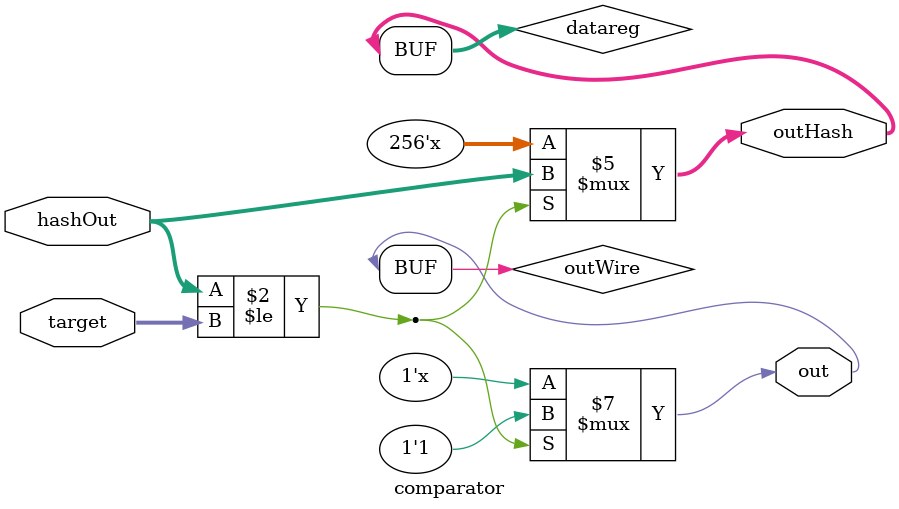
<source format=v>
/*
 *-------------------------------------------------------------
 *
 * comparator
 *
 * This is a very simple comparator that takes in a
 * 256 bit target hash and hashOut value and outputs
 * 1 if target>hashOut and the valid hash, otherwise it outputs 0 and an empty register.
 *
 *-------------------------------------------------------------
 */

module comparator (
    input [255:0] hashOut,
    input [255:0] target,
    output out,
    output [255:0] outHash
    );
    reg [255:0] datareg = 256'b0;
    reg outWire = 1'b0;

    always @(hashOut,target) begin
        if (hashOut<=target)begin
            outWire <= 1'b1;
            datareg <= hashOut;
        end
    end

    assign out = outWire;
    assign outHash = datareg;

endmodule
</source>
